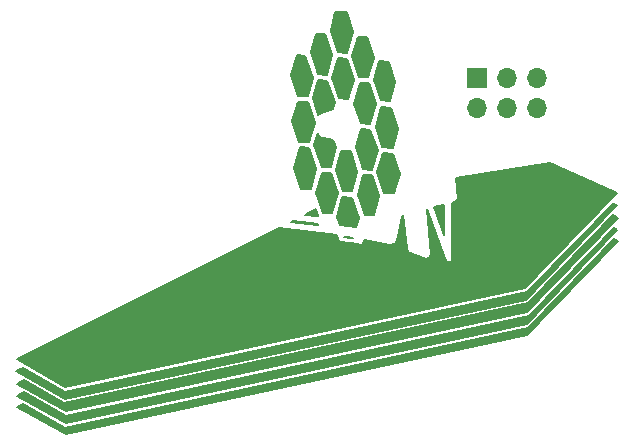
<source format=gbr>
G04 #@! TF.GenerationSoftware,KiCad,Pcbnew,(6.99.0-2452-gdb4f2d9dd8)*
G04 #@! TF.CreationDate,2022-08-01T19:22:38-05:00*
G04 #@! TF.ProjectId,jwtelescope,6a777465-6c65-4736-936f-70652e6b6963,rev?*
G04 #@! TF.SameCoordinates,Original*
G04 #@! TF.FileFunction,Soldermask,Top*
G04 #@! TF.FilePolarity,Negative*
%FSLAX46Y46*%
G04 Gerber Fmt 4.6, Leading zero omitted, Abs format (unit mm)*
G04 Created by KiCad (PCBNEW (6.99.0-2452-gdb4f2d9dd8)) date 2022-08-01 19:22:38*
%MOMM*%
%LPD*%
G01*
G04 APERTURE LIST*
%ADD10C,0.150000*%
%ADD11R,1.700000X1.700000*%
%ADD12O,1.700000X1.700000*%
G04 APERTURE END LIST*
D10*
G36*
X88160000Y-40170000D02*
G01*
X88810000Y-41970000D01*
X88230000Y-43580000D01*
X87530000Y-43540000D01*
X86940000Y-41840000D01*
X87390000Y-40100000D01*
X88160000Y-40170000D01*
G37*
X88160000Y-40170000D02*
X88810000Y-41970000D01*
X88230000Y-43580000D01*
X87530000Y-43540000D01*
X86940000Y-41840000D01*
X87390000Y-40100000D01*
X88160000Y-40170000D01*
G36*
X88180000Y-36260000D02*
G01*
X88710000Y-37890000D01*
X88180000Y-39680000D01*
X87420000Y-39620000D01*
X86780000Y-37800000D01*
X87190000Y-36200000D01*
X88180000Y-36260000D01*
G37*
X88180000Y-36260000D02*
X88710000Y-37890000D01*
X88180000Y-39680000D01*
X87420000Y-39620000D01*
X86780000Y-37800000D01*
X87190000Y-36200000D01*
X88180000Y-36260000D01*
G36*
X86930000Y-39850000D02*
G01*
X86510000Y-41550000D01*
X85720000Y-41490000D01*
X85120000Y-39640000D01*
X85530000Y-38100000D01*
X86340000Y-38100000D01*
X86930000Y-39850000D01*
G37*
X86930000Y-39850000D02*
X86510000Y-41550000D01*
X85720000Y-41490000D01*
X85120000Y-39640000D01*
X85530000Y-38100000D01*
X86340000Y-38100000D01*
X86930000Y-39850000D01*
G36*
X84650000Y-39910000D02*
G01*
X85270000Y-41790000D01*
X84840000Y-43350000D01*
X84020000Y-43330000D01*
X83420000Y-41570000D01*
X83930000Y-39900000D01*
X84650000Y-39910000D01*
G37*
X84650000Y-39910000D02*
X85270000Y-41790000D01*
X84840000Y-43350000D01*
X84020000Y-43330000D01*
X83420000Y-41570000D01*
X83930000Y-39900000D01*
X84650000Y-39910000D01*
G36*
X86470000Y-42020000D02*
G01*
X87120000Y-43840000D01*
X86960000Y-44460000D01*
X85790000Y-44830000D01*
X85750000Y-44950000D01*
X85290000Y-43540000D01*
X85730000Y-42000000D01*
X86470000Y-42020000D01*
G37*
X86470000Y-42020000D02*
X87120000Y-43840000D01*
X86960000Y-44460000D01*
X85790000Y-44830000D01*
X85750000Y-44950000D01*
X85290000Y-43540000D01*
X85730000Y-42000000D01*
X86470000Y-42020000D01*
G36*
X85830000Y-46800000D02*
G01*
X87020000Y-47080000D01*
X87240000Y-47690000D01*
X86780000Y-49360000D01*
X86040000Y-49330000D01*
X85400000Y-47480000D01*
X85690000Y-46450000D01*
X85830000Y-46800000D01*
G37*
X85830000Y-46800000D02*
X87020000Y-47080000D01*
X87240000Y-47690000D01*
X86780000Y-49360000D01*
X86040000Y-49330000D01*
X85400000Y-47480000D01*
X85690000Y-46450000D01*
X85830000Y-46800000D01*
G36*
X84850000Y-43840000D02*
G01*
X85430000Y-45580000D01*
X84950000Y-47240000D01*
X84150000Y-47220000D01*
X83540000Y-45470000D01*
X84030000Y-43800000D01*
X84850000Y-43840000D01*
G37*
X84850000Y-43840000D02*
X85430000Y-45580000D01*
X84950000Y-47240000D01*
X84150000Y-47220000D01*
X83540000Y-45470000D01*
X84030000Y-43800000D01*
X84850000Y-43840000D01*
G36*
X84950000Y-47740000D02*
G01*
X85590000Y-49550000D01*
X85130000Y-51230000D01*
X84310000Y-51180000D01*
X83730000Y-49450000D01*
X84210000Y-47690000D01*
X84950000Y-47740000D01*
G37*
X84950000Y-47740000D02*
X85590000Y-49550000D01*
X85130000Y-51230000D01*
X84310000Y-51180000D01*
X83730000Y-49450000D01*
X84210000Y-47690000D01*
X84950000Y-47740000D01*
G36*
X86820000Y-49850000D02*
G01*
X87380000Y-51550000D01*
X86930000Y-53240000D01*
X86130000Y-53210000D01*
X85540000Y-51570000D01*
X86020000Y-49810000D01*
X86820000Y-49850000D01*
G37*
X86820000Y-49850000D02*
X87380000Y-51550000D01*
X86930000Y-53240000D01*
X86130000Y-53210000D01*
X85540000Y-51570000D01*
X86020000Y-49810000D01*
X86820000Y-49850000D01*
G36*
X88480000Y-47980000D02*
G01*
X89060000Y-49740000D01*
X88620000Y-51400000D01*
X87820000Y-51350000D01*
X87230000Y-49560000D01*
X87660000Y-47970000D01*
X88480000Y-47980000D01*
G37*
X88480000Y-47980000D02*
X89060000Y-49740000D01*
X88620000Y-51400000D01*
X87820000Y-51350000D01*
X87230000Y-49560000D01*
X87660000Y-47970000D01*
X88480000Y-47980000D01*
G36*
X88630000Y-51940000D02*
G01*
X89180000Y-53630000D01*
X88970000Y-54400000D01*
X87570000Y-54230000D01*
X87350000Y-53540000D01*
X87780000Y-51900000D01*
X88630000Y-51940000D01*
G37*
X88630000Y-51940000D02*
X89180000Y-53630000D01*
X88970000Y-54400000D01*
X87570000Y-54230000D01*
X87350000Y-53540000D01*
X87780000Y-51900000D01*
X88630000Y-51940000D01*
G36*
X88060000Y-55270000D02*
G01*
X88690000Y-55350000D01*
X88440000Y-55330000D01*
X87950000Y-55260000D01*
X88060000Y-55270000D01*
G37*
X88060000Y-55270000D02*
X88690000Y-55350000D01*
X88440000Y-55330000D01*
X87950000Y-55260000D01*
X88060000Y-55270000D01*
G36*
X90160000Y-46170000D02*
G01*
X90760000Y-47900000D01*
X90280000Y-49560000D01*
X89500000Y-49510000D01*
X88910000Y-47670000D01*
X89340000Y-46120000D01*
X90160000Y-46170000D01*
G37*
X90160000Y-46170000D02*
X90760000Y-47900000D01*
X90280000Y-49560000D01*
X89500000Y-49510000D01*
X88910000Y-47670000D01*
X89340000Y-46120000D01*
X90160000Y-46170000D01*
G36*
X90010000Y-42260000D02*
G01*
X90600000Y-44030000D01*
X90150000Y-45680000D01*
X89330000Y-45620000D01*
X88730000Y-44000000D01*
X89250000Y-42220000D01*
X90010000Y-42260000D01*
G37*
X90010000Y-42260000D02*
X90600000Y-44030000D01*
X90150000Y-45680000D01*
X89330000Y-45620000D01*
X88730000Y-44000000D01*
X89250000Y-42220000D01*
X90010000Y-42260000D01*
G36*
X89830000Y-38340000D02*
G01*
X90430000Y-40090000D01*
X89990000Y-41760000D01*
X89230000Y-41720000D01*
X88620000Y-39950000D01*
X89140000Y-38310000D01*
X89830000Y-38340000D01*
G37*
X89830000Y-38340000D02*
X90430000Y-40090000D01*
X89990000Y-41760000D01*
X89230000Y-41720000D01*
X88620000Y-39950000D01*
X89140000Y-38310000D01*
X89830000Y-38340000D01*
G36*
X91720000Y-40430000D02*
G01*
X92270000Y-42130000D01*
X91790000Y-43770000D01*
X91070000Y-43710000D01*
X90450000Y-41950000D01*
X90880000Y-40390000D01*
X91720000Y-40430000D01*
G37*
X91720000Y-40430000D02*
X92270000Y-42130000D01*
X91790000Y-43770000D01*
X91070000Y-43710000D01*
X90450000Y-41950000D01*
X90880000Y-40390000D01*
X91720000Y-40430000D01*
G36*
X91900000Y-44320000D02*
G01*
X92500000Y-46120000D01*
X92040000Y-47700000D01*
X91180000Y-47660000D01*
X90610000Y-45940000D01*
X91060000Y-44240000D01*
X91900000Y-44320000D01*
G37*
X91900000Y-44320000D02*
X92500000Y-46120000D01*
X92040000Y-47700000D01*
X91180000Y-47660000D01*
X90610000Y-45940000D01*
X91060000Y-44240000D01*
X91900000Y-44320000D01*
G36*
X92060000Y-48210000D02*
G01*
X92630000Y-49900000D01*
X92170000Y-51540000D01*
X91350000Y-51550000D01*
X90750000Y-49790000D01*
X91190000Y-48140000D01*
X92060000Y-48210000D01*
G37*
X92060000Y-48210000D02*
X92630000Y-49900000D01*
X92170000Y-51540000D01*
X91350000Y-51550000D01*
X90750000Y-49790000D01*
X91190000Y-48140000D01*
X92060000Y-48210000D01*
G36*
X90320000Y-50050000D02*
G01*
X90880000Y-51820000D01*
X90430000Y-53430000D01*
X89660000Y-53390000D01*
X89080000Y-51690000D01*
X89520000Y-50000000D01*
X90320000Y-50050000D01*
G37*
X90320000Y-50050000D02*
X90880000Y-51820000D01*
X90430000Y-53430000D01*
X89660000Y-53390000D01*
X89080000Y-51690000D01*
X89520000Y-50000000D01*
X90320000Y-50050000D01*
G36*
X96380000Y-55100000D02*
G01*
X95560000Y-52740000D01*
X96370000Y-52590000D01*
X96380000Y-55100000D01*
G37*
X96380000Y-55100000D02*
X95560000Y-52740000D01*
X96370000Y-52590000D01*
X96380000Y-55100000D01*
G36*
X111060000Y-51570000D02*
G01*
X103270000Y-59590000D01*
X64340000Y-67970000D01*
X60200000Y-65600000D01*
X82400000Y-54490000D01*
X87310000Y-55070000D01*
X87540000Y-55720000D01*
X88490000Y-55810000D01*
X89340000Y-55930000D01*
X89500000Y-55860000D01*
X89590000Y-55540000D01*
X91820000Y-55970000D01*
X92210000Y-55840000D01*
X92450000Y-55630000D01*
X92740000Y-53990000D01*
X92820000Y-53550000D01*
X92920000Y-53400000D01*
X93270000Y-56200000D01*
X93370000Y-56520000D01*
X94170000Y-56890000D01*
X94840000Y-57140000D01*
X95100000Y-57080000D01*
X95270000Y-56830000D01*
X94920000Y-52880000D01*
X96530000Y-57290000D01*
X96660000Y-57370000D01*
X96880000Y-57370000D01*
X97040000Y-57260000D01*
X97080000Y-52370000D01*
X97370000Y-52250000D01*
X97560000Y-52030000D01*
X97410000Y-50260000D01*
X105400000Y-49010000D01*
X111060000Y-51570000D01*
G37*
X111060000Y-51570000D02*
X103270000Y-59590000D01*
X64340000Y-67970000D01*
X60200000Y-65600000D01*
X82400000Y-54490000D01*
X87310000Y-55070000D01*
X87540000Y-55720000D01*
X88490000Y-55810000D01*
X89340000Y-55930000D01*
X89500000Y-55860000D01*
X89590000Y-55540000D01*
X91820000Y-55970000D01*
X92210000Y-55840000D01*
X92450000Y-55630000D01*
X92740000Y-53990000D01*
X92820000Y-53550000D01*
X92920000Y-53400000D01*
X93270000Y-56200000D01*
X93370000Y-56520000D01*
X94170000Y-56890000D01*
X94840000Y-57140000D01*
X95100000Y-57080000D01*
X95270000Y-56830000D01*
X94920000Y-52880000D01*
X96530000Y-57290000D01*
X96660000Y-57370000D01*
X96880000Y-57370000D01*
X97040000Y-57260000D01*
X97080000Y-52370000D01*
X97370000Y-52250000D01*
X97560000Y-52030000D01*
X97410000Y-50260000D01*
X105400000Y-49010000D01*
X111060000Y-51570000D01*
G36*
X85730000Y-53510000D02*
G01*
X84580000Y-53380000D01*
X85520000Y-52920000D01*
X85730000Y-53510000D01*
G37*
X85730000Y-53510000D02*
X84580000Y-53380000D01*
X85520000Y-52920000D01*
X85730000Y-53510000D01*
G36*
X85760000Y-54130000D02*
G01*
X85740000Y-54230000D01*
X83410000Y-53980000D01*
X83600000Y-53880000D01*
X85760000Y-54130000D01*
G37*
X85760000Y-54130000D02*
X85740000Y-54230000D01*
X83410000Y-53980000D01*
X83600000Y-53880000D01*
X85760000Y-54130000D01*
G36*
X111100000Y-55600000D02*
G01*
X103420000Y-63600000D01*
X64400000Y-71990000D01*
X60260000Y-69660000D01*
X60750000Y-69400000D01*
X64300000Y-71410000D01*
X103540000Y-62950000D01*
X110760000Y-55450000D01*
X111100000Y-55600000D01*
G37*
X111100000Y-55600000D02*
X103420000Y-63600000D01*
X64400000Y-71990000D01*
X60260000Y-69660000D01*
X60750000Y-69400000D01*
X64300000Y-71410000D01*
X103540000Y-62950000D01*
X110760000Y-55450000D01*
X111100000Y-55600000D01*
G36*
X111060000Y-54640000D02*
G01*
X103380000Y-62630000D01*
X64360000Y-71040000D01*
X60210000Y-68700000D01*
X60810000Y-68400000D01*
X64350000Y-70400000D01*
X103600000Y-61940000D01*
X110740000Y-54490000D01*
X111060000Y-54640000D01*
G37*
X111060000Y-54640000D02*
X103380000Y-62630000D01*
X64360000Y-71040000D01*
X60210000Y-68700000D01*
X60810000Y-68400000D01*
X64350000Y-70400000D01*
X103600000Y-61940000D01*
X110740000Y-54490000D01*
X111060000Y-54640000D01*
G36*
X111100000Y-53630000D02*
G01*
X103430000Y-61620000D01*
X64400000Y-70030000D01*
X60260000Y-67680000D01*
X60820000Y-67400000D01*
X64250000Y-69340000D01*
X103500000Y-60890000D01*
X110670000Y-53440000D01*
X111100000Y-53630000D01*
G37*
X111100000Y-53630000D02*
X103430000Y-61620000D01*
X64400000Y-70030000D01*
X60260000Y-67680000D01*
X60820000Y-67400000D01*
X64250000Y-69340000D01*
X103500000Y-60890000D01*
X110670000Y-53440000D01*
X111100000Y-53630000D01*
G36*
X111020000Y-52580000D02*
G01*
X103330000Y-60570000D01*
X64300000Y-68980000D01*
X60150000Y-66640000D01*
X60770000Y-66330000D01*
X64300000Y-68350000D01*
X103440000Y-59920000D01*
X110700000Y-52450000D01*
X111020000Y-52580000D01*
G37*
X111020000Y-52580000D02*
X103330000Y-60570000D01*
X64300000Y-68980000D01*
X60150000Y-66640000D01*
X60770000Y-66330000D01*
X64300000Y-68350000D01*
X103440000Y-59920000D01*
X110700000Y-52450000D01*
X111020000Y-52580000D01*
D11*
X99159999Y-41779999D03*
D12*
X99159999Y-44319999D03*
X101699999Y-41779999D03*
X101699999Y-44319999D03*
X104239999Y-41779999D03*
X104239999Y-44319999D03*
M02*

</source>
